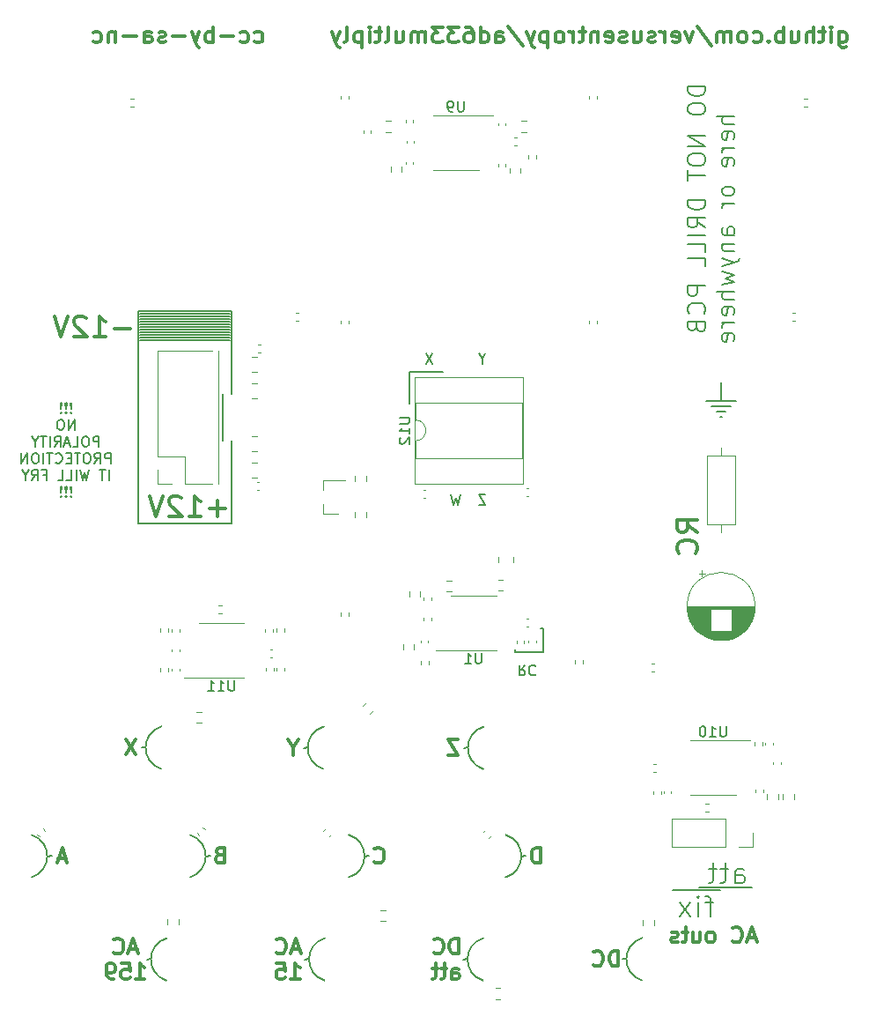
<source format=gbo>
G04 #@! TF.GenerationSoftware,KiCad,Pcbnew,(6.0.0)*
G04 #@! TF.CreationDate,2022-02-23T18:40:55+01:00*
G04 #@! TF.ProjectId,ad633muliply,61643633-336d-4756-9c69-706c792e6b69,rev?*
G04 #@! TF.SameCoordinates,Original*
G04 #@! TF.FileFunction,Legend,Bot*
G04 #@! TF.FilePolarity,Positive*
%FSLAX46Y46*%
G04 Gerber Fmt 4.6, Leading zero omitted, Abs format (unit mm)*
G04 Created by KiCad (PCBNEW (6.0.0)) date 2022-02-23 18:40:55*
%MOMM*%
%LPD*%
G01*
G04 APERTURE LIST*
%ADD10C,0.150000*%
%ADD11C,0.300000*%
%ADD12C,0.120000*%
G04 APERTURE END LIST*
D10*
X124811706Y-160416399D02*
G75*
G03*
X124846000Y-156342000I-600705J2042400D01*
G01*
X111261126Y-158391917D02*
X111672294Y-158373999D01*
X105923000Y-168280000D02*
X105511832Y-168297918D01*
X121163000Y-168280000D02*
X120751832Y-168297918D01*
X145102500Y-115702000D02*
X145991500Y-115702000D01*
X128402000Y-138816000D02*
X125735000Y-138816000D01*
X144594500Y-115194000D02*
X146499500Y-115194000D01*
X145547000Y-112908000D02*
X145547000Y-114686000D01*
X107324126Y-145935518D02*
G75*
G03*
X107289832Y-150009917I600705J-2042400D01*
G01*
X144086500Y-114686000D02*
X147007500Y-114686000D01*
X107451126Y-166255518D02*
G75*
G03*
X107416832Y-170329917I600705J-2042400D01*
G01*
X95986832Y-158391918D02*
X96398000Y-158374000D01*
X140848000Y-161676000D02*
X145420000Y-161676000D01*
X115575000Y-111892000D02*
X118750000Y-111892000D01*
X90713168Y-168280000D02*
X90302000Y-168297918D01*
X92241294Y-166255518D02*
G75*
G03*
X92207000Y-170329917I600705J-2042400D01*
G01*
X91733294Y-145917600D02*
G75*
G03*
X91699000Y-149991999I600705J-2042400D01*
G01*
X90205168Y-147942082D02*
X89794000Y-147960000D01*
X145483500Y-116210000D02*
X145610500Y-116210000D01*
X122691126Y-166255518D02*
G75*
G03*
X122656832Y-170329917I600705J-2042400D01*
G01*
X137961294Y-166237600D02*
G75*
G03*
X137927000Y-170311999I600705J-2042400D01*
G01*
X115575000Y-114940000D02*
X115575000Y-111892000D01*
X126339832Y-158391917D02*
X126751000Y-158373999D01*
X136433168Y-168262082D02*
X136022000Y-168280000D01*
X109733000Y-160416399D02*
G75*
G03*
X109767294Y-156342000I-600705J2042400D01*
G01*
X128402000Y-136530000D02*
X128402000Y-138816000D01*
X94458706Y-160416400D02*
G75*
G03*
X94493000Y-156342001I-600705J2042400D01*
G01*
X79218706Y-160416400D02*
G75*
G03*
X79253000Y-156342001I-600705J2042400D01*
G01*
X122721294Y-145935518D02*
G75*
G03*
X122687000Y-150009917I600705J-2042400D01*
G01*
X80746832Y-158391918D02*
X81158000Y-158374000D01*
X125735000Y-138816000D02*
X125735000Y-138562000D01*
X105796000Y-147960000D02*
X105384832Y-147977918D01*
X128148000Y-136530000D02*
X128402000Y-136530000D01*
X121193168Y-147960000D02*
X120782000Y-147977918D01*
X143388000Y-161422000D02*
X148468000Y-161422000D01*
X83031190Y-115717142D02*
X82983571Y-115764761D01*
X83031190Y-115812380D01*
X83078809Y-115764761D01*
X83031190Y-115717142D01*
X83031190Y-115812380D01*
X83031190Y-115431428D02*
X83078809Y-114860000D01*
X83031190Y-114812380D01*
X82983571Y-114860000D01*
X83031190Y-115431428D01*
X83031190Y-114812380D01*
X82555000Y-115717142D02*
X82507380Y-115764761D01*
X82555000Y-115812380D01*
X82602619Y-115764761D01*
X82555000Y-115717142D01*
X82555000Y-115812380D01*
X82555000Y-115431428D02*
X82602619Y-114860000D01*
X82555000Y-114812380D01*
X82507380Y-114860000D01*
X82555000Y-115431428D01*
X82555000Y-114812380D01*
X82078809Y-115717142D02*
X82031190Y-115764761D01*
X82078809Y-115812380D01*
X82126428Y-115764761D01*
X82078809Y-115717142D01*
X82078809Y-115812380D01*
X82078809Y-115431428D02*
X82126428Y-114860000D01*
X82078809Y-114812380D01*
X82031190Y-114860000D01*
X82078809Y-115431428D01*
X82078809Y-114812380D01*
X83364523Y-117422380D02*
X83364523Y-116422380D01*
X82793095Y-117422380D01*
X82793095Y-116422380D01*
X82126428Y-116422380D02*
X81935952Y-116422380D01*
X81840714Y-116470000D01*
X81745476Y-116565238D01*
X81697857Y-116755714D01*
X81697857Y-117089047D01*
X81745476Y-117279523D01*
X81840714Y-117374761D01*
X81935952Y-117422380D01*
X82126428Y-117422380D01*
X82221666Y-117374761D01*
X82316904Y-117279523D01*
X82364523Y-117089047D01*
X82364523Y-116755714D01*
X82316904Y-116565238D01*
X82221666Y-116470000D01*
X82126428Y-116422380D01*
X85721666Y-119032380D02*
X85721666Y-118032380D01*
X85340714Y-118032380D01*
X85245476Y-118080000D01*
X85197857Y-118127619D01*
X85150238Y-118222857D01*
X85150238Y-118365714D01*
X85197857Y-118460952D01*
X85245476Y-118508571D01*
X85340714Y-118556190D01*
X85721666Y-118556190D01*
X84531190Y-118032380D02*
X84340714Y-118032380D01*
X84245476Y-118080000D01*
X84150238Y-118175238D01*
X84102619Y-118365714D01*
X84102619Y-118699047D01*
X84150238Y-118889523D01*
X84245476Y-118984761D01*
X84340714Y-119032380D01*
X84531190Y-119032380D01*
X84626428Y-118984761D01*
X84721666Y-118889523D01*
X84769285Y-118699047D01*
X84769285Y-118365714D01*
X84721666Y-118175238D01*
X84626428Y-118080000D01*
X84531190Y-118032380D01*
X83197857Y-119032380D02*
X83674047Y-119032380D01*
X83674047Y-118032380D01*
X82912142Y-118746666D02*
X82435952Y-118746666D01*
X83007380Y-119032380D02*
X82674047Y-118032380D01*
X82340714Y-119032380D01*
X81435952Y-119032380D02*
X81769285Y-118556190D01*
X82007380Y-119032380D02*
X82007380Y-118032380D01*
X81626428Y-118032380D01*
X81531190Y-118080000D01*
X81483571Y-118127619D01*
X81435952Y-118222857D01*
X81435952Y-118365714D01*
X81483571Y-118460952D01*
X81531190Y-118508571D01*
X81626428Y-118556190D01*
X82007380Y-118556190D01*
X81007380Y-119032380D02*
X81007380Y-118032380D01*
X80674047Y-118032380D02*
X80102619Y-118032380D01*
X80388333Y-119032380D02*
X80388333Y-118032380D01*
X79578809Y-118556190D02*
X79578809Y-119032380D01*
X79912142Y-118032380D02*
X79578809Y-118556190D01*
X79245476Y-118032380D01*
X86840714Y-120642380D02*
X86840714Y-119642380D01*
X86459761Y-119642380D01*
X86364523Y-119690000D01*
X86316904Y-119737619D01*
X86269285Y-119832857D01*
X86269285Y-119975714D01*
X86316904Y-120070952D01*
X86364523Y-120118571D01*
X86459761Y-120166190D01*
X86840714Y-120166190D01*
X85269285Y-120642380D02*
X85602619Y-120166190D01*
X85840714Y-120642380D02*
X85840714Y-119642380D01*
X85459761Y-119642380D01*
X85364523Y-119690000D01*
X85316904Y-119737619D01*
X85269285Y-119832857D01*
X85269285Y-119975714D01*
X85316904Y-120070952D01*
X85364523Y-120118571D01*
X85459761Y-120166190D01*
X85840714Y-120166190D01*
X84650238Y-119642380D02*
X84459761Y-119642380D01*
X84364523Y-119690000D01*
X84269285Y-119785238D01*
X84221666Y-119975714D01*
X84221666Y-120309047D01*
X84269285Y-120499523D01*
X84364523Y-120594761D01*
X84459761Y-120642380D01*
X84650238Y-120642380D01*
X84745476Y-120594761D01*
X84840714Y-120499523D01*
X84888333Y-120309047D01*
X84888333Y-119975714D01*
X84840714Y-119785238D01*
X84745476Y-119690000D01*
X84650238Y-119642380D01*
X83935952Y-119642380D02*
X83364523Y-119642380D01*
X83650238Y-120642380D02*
X83650238Y-119642380D01*
X83031190Y-120118571D02*
X82697857Y-120118571D01*
X82555000Y-120642380D02*
X83031190Y-120642380D01*
X83031190Y-119642380D01*
X82555000Y-119642380D01*
X81555000Y-120547142D02*
X81602619Y-120594761D01*
X81745476Y-120642380D01*
X81840714Y-120642380D01*
X81983571Y-120594761D01*
X82078809Y-120499523D01*
X82126428Y-120404285D01*
X82174047Y-120213809D01*
X82174047Y-120070952D01*
X82126428Y-119880476D01*
X82078809Y-119785238D01*
X81983571Y-119690000D01*
X81840714Y-119642380D01*
X81745476Y-119642380D01*
X81602619Y-119690000D01*
X81555000Y-119737619D01*
X81269285Y-119642380D02*
X80697857Y-119642380D01*
X80983571Y-120642380D02*
X80983571Y-119642380D01*
X80364523Y-120642380D02*
X80364523Y-119642380D01*
X79697857Y-119642380D02*
X79507380Y-119642380D01*
X79412142Y-119690000D01*
X79316904Y-119785238D01*
X79269285Y-119975714D01*
X79269285Y-120309047D01*
X79316904Y-120499523D01*
X79412142Y-120594761D01*
X79507380Y-120642380D01*
X79697857Y-120642380D01*
X79793095Y-120594761D01*
X79888333Y-120499523D01*
X79935952Y-120309047D01*
X79935952Y-119975714D01*
X79888333Y-119785238D01*
X79793095Y-119690000D01*
X79697857Y-119642380D01*
X78840714Y-120642380D02*
X78840714Y-119642380D01*
X78269285Y-120642380D01*
X78269285Y-119642380D01*
X86674047Y-122252380D02*
X86674047Y-121252380D01*
X86340714Y-121252380D02*
X85769285Y-121252380D01*
X86055000Y-122252380D02*
X86055000Y-121252380D01*
X84769285Y-121252380D02*
X84531190Y-122252380D01*
X84340714Y-121538095D01*
X84150238Y-122252380D01*
X83912142Y-121252380D01*
X83531190Y-122252380D02*
X83531190Y-121252380D01*
X82578809Y-122252380D02*
X83055000Y-122252380D01*
X83055000Y-121252380D01*
X81769285Y-122252380D02*
X82245476Y-122252380D01*
X82245476Y-121252380D01*
X80340714Y-121728571D02*
X80674047Y-121728571D01*
X80674047Y-122252380D02*
X80674047Y-121252380D01*
X80197857Y-121252380D01*
X79245476Y-122252380D02*
X79578809Y-121776190D01*
X79816904Y-122252380D02*
X79816904Y-121252380D01*
X79435952Y-121252380D01*
X79340714Y-121300000D01*
X79293095Y-121347619D01*
X79245476Y-121442857D01*
X79245476Y-121585714D01*
X79293095Y-121680952D01*
X79340714Y-121728571D01*
X79435952Y-121776190D01*
X79816904Y-121776190D01*
X78626428Y-121776190D02*
X78626428Y-122252380D01*
X78959761Y-121252380D02*
X78626428Y-121776190D01*
X78293095Y-121252380D01*
X83031190Y-123767142D02*
X82983571Y-123814761D01*
X83031190Y-123862380D01*
X83078809Y-123814761D01*
X83031190Y-123767142D01*
X83031190Y-123862380D01*
X83031190Y-123481428D02*
X83078809Y-122910000D01*
X83031190Y-122862380D01*
X82983571Y-122910000D01*
X83031190Y-123481428D01*
X83031190Y-122862380D01*
X82555000Y-123767142D02*
X82507380Y-123814761D01*
X82555000Y-123862380D01*
X82602619Y-123814761D01*
X82555000Y-123767142D01*
X82555000Y-123862380D01*
X82555000Y-123481428D02*
X82602619Y-122910000D01*
X82555000Y-122862380D01*
X82507380Y-122910000D01*
X82555000Y-123481428D01*
X82555000Y-122862380D01*
X82078809Y-123767142D02*
X82031190Y-123814761D01*
X82078809Y-123862380D01*
X82126428Y-123814761D01*
X82078809Y-123767142D01*
X82078809Y-123862380D01*
X82078809Y-123481428D02*
X82126428Y-122910000D01*
X82078809Y-122862380D01*
X82031190Y-122910000D01*
X82078809Y-123481428D01*
X82078809Y-122862380D01*
X146896095Y-160970761D02*
X146896095Y-159923142D01*
X146991333Y-159732666D01*
X147181809Y-159637428D01*
X147562761Y-159637428D01*
X147753238Y-159732666D01*
X146896095Y-160875523D02*
X147086571Y-160970761D01*
X147562761Y-160970761D01*
X147753238Y-160875523D01*
X147848476Y-160685047D01*
X147848476Y-160494571D01*
X147753238Y-160304095D01*
X147562761Y-160208857D01*
X147086571Y-160208857D01*
X146896095Y-160113619D01*
X146229428Y-159637428D02*
X145467523Y-159637428D01*
X145943714Y-158970761D02*
X145943714Y-160685047D01*
X145848476Y-160875523D01*
X145658000Y-160970761D01*
X145467523Y-160970761D01*
X145086571Y-159637428D02*
X144324666Y-159637428D01*
X144800857Y-158970761D02*
X144800857Y-160685047D01*
X144705619Y-160875523D01*
X144515142Y-160970761D01*
X144324666Y-160970761D01*
X144800857Y-162857428D02*
X144038952Y-162857428D01*
X144515142Y-164190761D02*
X144515142Y-162476476D01*
X144419904Y-162286000D01*
X144229428Y-162190761D01*
X144038952Y-162190761D01*
X143372285Y-164190761D02*
X143372285Y-162857428D01*
X143372285Y-162190761D02*
X143467523Y-162286000D01*
X143372285Y-162381238D01*
X143277047Y-162286000D01*
X143372285Y-162190761D01*
X143372285Y-162381238D01*
X142610380Y-164190761D02*
X141562761Y-162857428D01*
X142610380Y-162857428D02*
X141562761Y-164190761D01*
D11*
X97306857Y-158266857D02*
X97092571Y-158338285D01*
X97021142Y-158409714D01*
X96949714Y-158552571D01*
X96949714Y-158766857D01*
X97021142Y-158909714D01*
X97092571Y-158981142D01*
X97235428Y-159052571D01*
X97806857Y-159052571D01*
X97806857Y-157552571D01*
X97306857Y-157552571D01*
X97164000Y-157624000D01*
X97092571Y-157695428D01*
X97021142Y-157838285D01*
X97021142Y-157981142D01*
X97092571Y-158124000D01*
X97164000Y-158195428D01*
X97306857Y-158266857D01*
X97806857Y-158266857D01*
D10*
X120448571Y-123663380D02*
X120210476Y-124663380D01*
X120020000Y-123949095D01*
X119829523Y-124663380D01*
X119591428Y-123663380D01*
X122560000Y-110598190D02*
X122560000Y-111074380D01*
X122893333Y-110074380D02*
X122560000Y-110598190D01*
X122226666Y-110074380D01*
D11*
X112224008Y-158909713D02*
X112295436Y-158981141D01*
X112509722Y-159052570D01*
X112652579Y-159052570D01*
X112866865Y-158981141D01*
X113009722Y-158838284D01*
X113081151Y-158695427D01*
X113152579Y-158409713D01*
X113152579Y-158195427D01*
X113081151Y-157909713D01*
X113009722Y-157766856D01*
X112866865Y-157623999D01*
X112652579Y-157552570D01*
X112509722Y-157552570D01*
X112295436Y-157623999D01*
X112224008Y-157695427D01*
X104998142Y-167340418D02*
X104283857Y-167340418D01*
X105141000Y-167768989D02*
X104641000Y-166268989D01*
X104141000Y-167768989D01*
X102783857Y-167626132D02*
X102855285Y-167697560D01*
X103069571Y-167768989D01*
X103212428Y-167768989D01*
X103426714Y-167697560D01*
X103569571Y-167554703D01*
X103641000Y-167411846D01*
X103712428Y-167126132D01*
X103712428Y-166911846D01*
X103641000Y-166626132D01*
X103569571Y-166483275D01*
X103426714Y-166340418D01*
X103212428Y-166268989D01*
X103069571Y-166268989D01*
X102855285Y-166340418D01*
X102783857Y-166411846D01*
X104176714Y-170183989D02*
X105033857Y-170183989D01*
X104605285Y-170183989D02*
X104605285Y-168683989D01*
X104748142Y-168898275D01*
X104891000Y-169041132D01*
X105033857Y-169112560D01*
X102819571Y-168683989D02*
X103533857Y-168683989D01*
X103605285Y-169398275D01*
X103533857Y-169326846D01*
X103391000Y-169255418D01*
X103033857Y-169255418D01*
X102891000Y-169326846D01*
X102819571Y-169398275D01*
X102748142Y-169541132D01*
X102748142Y-169898275D01*
X102819571Y-170041132D01*
X102891000Y-170112560D01*
X103033857Y-170183989D01*
X103391000Y-170183989D01*
X103533857Y-170112560D01*
X103605285Y-170041132D01*
X148856428Y-166244000D02*
X148142142Y-166244000D01*
X148999285Y-166672571D02*
X148499285Y-165172571D01*
X147999285Y-166672571D01*
X146642142Y-166529714D02*
X146713571Y-166601142D01*
X146927857Y-166672571D01*
X147070714Y-166672571D01*
X147285000Y-166601142D01*
X147427857Y-166458285D01*
X147499285Y-166315428D01*
X147570714Y-166029714D01*
X147570714Y-165815428D01*
X147499285Y-165529714D01*
X147427857Y-165386857D01*
X147285000Y-165244000D01*
X147070714Y-165172571D01*
X146927857Y-165172571D01*
X146713571Y-165244000D01*
X146642142Y-165315428D01*
X144642142Y-166672571D02*
X144785000Y-166601142D01*
X144856428Y-166529714D01*
X144927857Y-166386857D01*
X144927857Y-165958285D01*
X144856428Y-165815428D01*
X144785000Y-165744000D01*
X144642142Y-165672571D01*
X144427857Y-165672571D01*
X144285000Y-165744000D01*
X144213571Y-165815428D01*
X144142142Y-165958285D01*
X144142142Y-166386857D01*
X144213571Y-166529714D01*
X144285000Y-166601142D01*
X144427857Y-166672571D01*
X144642142Y-166672571D01*
X142856428Y-165672571D02*
X142856428Y-166672571D01*
X143499285Y-165672571D02*
X143499285Y-166458285D01*
X143427857Y-166601142D01*
X143285000Y-166672571D01*
X143070714Y-166672571D01*
X142927857Y-166601142D01*
X142856428Y-166529714D01*
X142356428Y-165672571D02*
X141785000Y-165672571D01*
X142142142Y-165172571D02*
X142142142Y-166458285D01*
X142070714Y-166601142D01*
X141927857Y-166672571D01*
X141785000Y-166672571D01*
X141356428Y-166601142D02*
X141213571Y-166672571D01*
X140927857Y-166672571D01*
X140785000Y-166601142D01*
X140713571Y-166458285D01*
X140713571Y-166386857D01*
X140785000Y-166244000D01*
X140927857Y-166172571D01*
X141142142Y-166172571D01*
X141285000Y-166101142D01*
X141356428Y-165958285D01*
X141356428Y-165886857D01*
X141285000Y-165744000D01*
X141142142Y-165672571D01*
X140927857Y-165672571D01*
X140785000Y-165744000D01*
D10*
X126687523Y-140014619D02*
X126354190Y-140490809D01*
X126116095Y-140014619D02*
X126116095Y-141014619D01*
X126497047Y-141014619D01*
X126592285Y-140967000D01*
X126639904Y-140919380D01*
X126687523Y-140824142D01*
X126687523Y-140681285D01*
X126639904Y-140586047D01*
X126592285Y-140538428D01*
X126497047Y-140490809D01*
X126116095Y-140490809D01*
X127687523Y-140109857D02*
X127639904Y-140062238D01*
X127497047Y-140014619D01*
X127401809Y-140014619D01*
X127258952Y-140062238D01*
X127163714Y-140157476D01*
X127116095Y-140252714D01*
X127068476Y-140443190D01*
X127068476Y-140586047D01*
X127116095Y-140776523D01*
X127163714Y-140871761D01*
X127258952Y-140967000D01*
X127401809Y-141014619D01*
X127497047Y-141014619D01*
X127639904Y-140967000D01*
X127687523Y-140919380D01*
D11*
X120266000Y-147156489D02*
X119266000Y-147156489D01*
X120266000Y-148656489D01*
X119266000Y-148656489D01*
X143276761Y-127259047D02*
X142324380Y-126592380D01*
X143276761Y-126116190D02*
X141276761Y-126116190D01*
X141276761Y-126878095D01*
X141372000Y-127068571D01*
X141467238Y-127163809D01*
X141657714Y-127259047D01*
X141943428Y-127259047D01*
X142133904Y-127163809D01*
X142229142Y-127068571D01*
X142324380Y-126878095D01*
X142324380Y-126116190D01*
X143086285Y-129259047D02*
X143181523Y-129163809D01*
X143276761Y-128878095D01*
X143276761Y-128687619D01*
X143181523Y-128401904D01*
X142991047Y-128211428D01*
X142800571Y-128116190D01*
X142419619Y-128020952D01*
X142133904Y-128020952D01*
X141752952Y-128116190D01*
X141562476Y-128211428D01*
X141372000Y-128401904D01*
X141276761Y-128687619D01*
X141276761Y-128878095D01*
X141372000Y-129163809D01*
X141467238Y-129259047D01*
D10*
X117813333Y-110074380D02*
X117146666Y-111074380D01*
X117146666Y-110074380D02*
X117813333Y-111074380D01*
D11*
X89278000Y-147138571D02*
X88278000Y-148638571D01*
X88278000Y-147138571D02*
X89278000Y-148638571D01*
X128159857Y-159052570D02*
X128159857Y-157552570D01*
X127802714Y-157552570D01*
X127588428Y-157623999D01*
X127445571Y-157766856D01*
X127374142Y-157909713D01*
X127302714Y-158195427D01*
X127302714Y-158409713D01*
X127374142Y-158695427D01*
X127445571Y-158838284D01*
X127588428Y-158981141D01*
X127802714Y-159052570D01*
X128159857Y-159052570D01*
X89377142Y-167340418D02*
X88662857Y-167340418D01*
X89520000Y-167768989D02*
X89020000Y-166268989D01*
X88520000Y-167768989D01*
X87162857Y-167626132D02*
X87234285Y-167697560D01*
X87448571Y-167768989D01*
X87591428Y-167768989D01*
X87805714Y-167697560D01*
X87948571Y-167554703D01*
X88020000Y-167411846D01*
X88091428Y-167126132D01*
X88091428Y-166911846D01*
X88020000Y-166626132D01*
X87948571Y-166483275D01*
X87805714Y-166340418D01*
X87591428Y-166268989D01*
X87448571Y-166268989D01*
X87234285Y-166340418D01*
X87162857Y-166411846D01*
X89270000Y-170183989D02*
X90127142Y-170183989D01*
X89698571Y-170183989D02*
X89698571Y-168683989D01*
X89841428Y-168898275D01*
X89984285Y-169041132D01*
X90127142Y-169112560D01*
X87912857Y-168683989D02*
X88627142Y-168683989D01*
X88698571Y-169398275D01*
X88627142Y-169326846D01*
X88484285Y-169255418D01*
X88127142Y-169255418D01*
X87984285Y-169326846D01*
X87912857Y-169398275D01*
X87841428Y-169541132D01*
X87841428Y-169898275D01*
X87912857Y-170041132D01*
X87984285Y-170112560D01*
X88127142Y-170183989D01*
X88484285Y-170183989D01*
X88627142Y-170112560D01*
X88698571Y-170041132D01*
X87127142Y-170183989D02*
X86841428Y-170183989D01*
X86698571Y-170112560D01*
X86627142Y-170041132D01*
X86484285Y-169826846D01*
X86412857Y-169541132D01*
X86412857Y-168969703D01*
X86484285Y-168826846D01*
X86555714Y-168755418D01*
X86698571Y-168683989D01*
X86984285Y-168683989D01*
X87127142Y-168755418D01*
X87198571Y-168826846D01*
X87270000Y-168969703D01*
X87270000Y-169326846D01*
X87198571Y-169469703D01*
X87127142Y-169541132D01*
X86984285Y-169612560D01*
X86698571Y-169612560D01*
X86555714Y-169541132D01*
X86484285Y-169469703D01*
X86412857Y-169326846D01*
X82531142Y-158624000D02*
X81816857Y-158624000D01*
X82674000Y-159052571D02*
X82174000Y-157552571D01*
X81674000Y-159052571D01*
X156866666Y-79208571D02*
X156866666Y-80422857D01*
X156942857Y-80565714D01*
X157019047Y-80637142D01*
X157171428Y-80708571D01*
X157400000Y-80708571D01*
X157552380Y-80637142D01*
X156866666Y-80137142D02*
X157019047Y-80208571D01*
X157323809Y-80208571D01*
X157476190Y-80137142D01*
X157552380Y-80065714D01*
X157628571Y-79922857D01*
X157628571Y-79494285D01*
X157552380Y-79351428D01*
X157476190Y-79280000D01*
X157323809Y-79208571D01*
X157019047Y-79208571D01*
X156866666Y-79280000D01*
X156104761Y-80208571D02*
X156104761Y-79208571D01*
X156104761Y-78708571D02*
X156180952Y-78780000D01*
X156104761Y-78851428D01*
X156028571Y-78780000D01*
X156104761Y-78708571D01*
X156104761Y-78851428D01*
X155571428Y-79208571D02*
X154961904Y-79208571D01*
X155342857Y-78708571D02*
X155342857Y-79994285D01*
X155266666Y-80137142D01*
X155114285Y-80208571D01*
X154961904Y-80208571D01*
X154428571Y-80208571D02*
X154428571Y-78708571D01*
X153742857Y-80208571D02*
X153742857Y-79422857D01*
X153819047Y-79280000D01*
X153971428Y-79208571D01*
X154200000Y-79208571D01*
X154352380Y-79280000D01*
X154428571Y-79351428D01*
X152295238Y-79208571D02*
X152295238Y-80208571D01*
X152980952Y-79208571D02*
X152980952Y-79994285D01*
X152904761Y-80137142D01*
X152752380Y-80208571D01*
X152523809Y-80208571D01*
X152371428Y-80137142D01*
X152295238Y-80065714D01*
X151533333Y-80208571D02*
X151533333Y-78708571D01*
X151533333Y-79280000D02*
X151380952Y-79208571D01*
X151076190Y-79208571D01*
X150923809Y-79280000D01*
X150847619Y-79351428D01*
X150771428Y-79494285D01*
X150771428Y-79922857D01*
X150847619Y-80065714D01*
X150923809Y-80137142D01*
X151076190Y-80208571D01*
X151380952Y-80208571D01*
X151533333Y-80137142D01*
X150085714Y-80065714D02*
X150009523Y-80137142D01*
X150085714Y-80208571D01*
X150161904Y-80137142D01*
X150085714Y-80065714D01*
X150085714Y-80208571D01*
X148638095Y-80137142D02*
X148790476Y-80208571D01*
X149095238Y-80208571D01*
X149247619Y-80137142D01*
X149323809Y-80065714D01*
X149400000Y-79922857D01*
X149400000Y-79494285D01*
X149323809Y-79351428D01*
X149247619Y-79280000D01*
X149095238Y-79208571D01*
X148790476Y-79208571D01*
X148638095Y-79280000D01*
X147723809Y-80208571D02*
X147876190Y-80137142D01*
X147952380Y-80065714D01*
X148028571Y-79922857D01*
X148028571Y-79494285D01*
X147952380Y-79351428D01*
X147876190Y-79280000D01*
X147723809Y-79208571D01*
X147495238Y-79208571D01*
X147342857Y-79280000D01*
X147266666Y-79351428D01*
X147190476Y-79494285D01*
X147190476Y-79922857D01*
X147266666Y-80065714D01*
X147342857Y-80137142D01*
X147495238Y-80208571D01*
X147723809Y-80208571D01*
X146504761Y-80208571D02*
X146504761Y-79208571D01*
X146504761Y-79351428D02*
X146428571Y-79280000D01*
X146276190Y-79208571D01*
X146047619Y-79208571D01*
X145895238Y-79280000D01*
X145819047Y-79422857D01*
X145819047Y-80208571D01*
X145819047Y-79422857D02*
X145742857Y-79280000D01*
X145590476Y-79208571D01*
X145361904Y-79208571D01*
X145209523Y-79280000D01*
X145133333Y-79422857D01*
X145133333Y-80208571D01*
X143228571Y-78637142D02*
X144600000Y-80565714D01*
X142847619Y-79208571D02*
X142466666Y-80208571D01*
X142085714Y-79208571D01*
X140866666Y-80137142D02*
X141019047Y-80208571D01*
X141323809Y-80208571D01*
X141476190Y-80137142D01*
X141552380Y-79994285D01*
X141552380Y-79422857D01*
X141476190Y-79280000D01*
X141323809Y-79208571D01*
X141019047Y-79208571D01*
X140866666Y-79280000D01*
X140790476Y-79422857D01*
X140790476Y-79565714D01*
X141552380Y-79708571D01*
X140104761Y-80208571D02*
X140104761Y-79208571D01*
X140104761Y-79494285D02*
X140028571Y-79351428D01*
X139952380Y-79280000D01*
X139800000Y-79208571D01*
X139647619Y-79208571D01*
X139190476Y-80137142D02*
X139038095Y-80208571D01*
X138733333Y-80208571D01*
X138580952Y-80137142D01*
X138504761Y-79994285D01*
X138504761Y-79922857D01*
X138580952Y-79780000D01*
X138733333Y-79708571D01*
X138961904Y-79708571D01*
X139114285Y-79637142D01*
X139190476Y-79494285D01*
X139190476Y-79422857D01*
X139114285Y-79280000D01*
X138961904Y-79208571D01*
X138733333Y-79208571D01*
X138580952Y-79280000D01*
X137133333Y-79208571D02*
X137133333Y-80208571D01*
X137819047Y-79208571D02*
X137819047Y-79994285D01*
X137742857Y-80137142D01*
X137590476Y-80208571D01*
X137361904Y-80208571D01*
X137209523Y-80137142D01*
X137133333Y-80065714D01*
X136447619Y-80137142D02*
X136295238Y-80208571D01*
X135990476Y-80208571D01*
X135838095Y-80137142D01*
X135761904Y-79994285D01*
X135761904Y-79922857D01*
X135838095Y-79780000D01*
X135990476Y-79708571D01*
X136219047Y-79708571D01*
X136371428Y-79637142D01*
X136447619Y-79494285D01*
X136447619Y-79422857D01*
X136371428Y-79280000D01*
X136219047Y-79208571D01*
X135990476Y-79208571D01*
X135838095Y-79280000D01*
X134466666Y-80137142D02*
X134619047Y-80208571D01*
X134923809Y-80208571D01*
X135076190Y-80137142D01*
X135152380Y-79994285D01*
X135152380Y-79422857D01*
X135076190Y-79280000D01*
X134923809Y-79208571D01*
X134619047Y-79208571D01*
X134466666Y-79280000D01*
X134390476Y-79422857D01*
X134390476Y-79565714D01*
X135152380Y-79708571D01*
X133704761Y-79208571D02*
X133704761Y-80208571D01*
X133704761Y-79351428D02*
X133628571Y-79280000D01*
X133476190Y-79208571D01*
X133247619Y-79208571D01*
X133095238Y-79280000D01*
X133019047Y-79422857D01*
X133019047Y-80208571D01*
X132485714Y-79208571D02*
X131876190Y-79208571D01*
X132257142Y-78708571D02*
X132257142Y-79994285D01*
X132180952Y-80137142D01*
X132028571Y-80208571D01*
X131876190Y-80208571D01*
X131342857Y-80208571D02*
X131342857Y-79208571D01*
X131342857Y-79494285D02*
X131266666Y-79351428D01*
X131190476Y-79280000D01*
X131038095Y-79208571D01*
X130885714Y-79208571D01*
X130123809Y-80208571D02*
X130276190Y-80137142D01*
X130352380Y-80065714D01*
X130428571Y-79922857D01*
X130428571Y-79494285D01*
X130352380Y-79351428D01*
X130276190Y-79280000D01*
X130123809Y-79208571D01*
X129895238Y-79208571D01*
X129742857Y-79280000D01*
X129666666Y-79351428D01*
X129590476Y-79494285D01*
X129590476Y-79922857D01*
X129666666Y-80065714D01*
X129742857Y-80137142D01*
X129895238Y-80208571D01*
X130123809Y-80208571D01*
X128904761Y-79208571D02*
X128904761Y-80708571D01*
X128904761Y-79280000D02*
X128752380Y-79208571D01*
X128447619Y-79208571D01*
X128295238Y-79280000D01*
X128219047Y-79351428D01*
X128142857Y-79494285D01*
X128142857Y-79922857D01*
X128219047Y-80065714D01*
X128295238Y-80137142D01*
X128447619Y-80208571D01*
X128752380Y-80208571D01*
X128904761Y-80137142D01*
X127609523Y-79208571D02*
X127228571Y-80208571D01*
X126847619Y-79208571D02*
X127228571Y-80208571D01*
X127380952Y-80565714D01*
X127457142Y-80637142D01*
X127609523Y-80708571D01*
X125095238Y-78637142D02*
X126466666Y-80565714D01*
X123876190Y-80208571D02*
X123876190Y-79422857D01*
X123952380Y-79280000D01*
X124104761Y-79208571D01*
X124409523Y-79208571D01*
X124561904Y-79280000D01*
X123876190Y-80137142D02*
X124028571Y-80208571D01*
X124409523Y-80208571D01*
X124561904Y-80137142D01*
X124638095Y-79994285D01*
X124638095Y-79851428D01*
X124561904Y-79708571D01*
X124409523Y-79637142D01*
X124028571Y-79637142D01*
X123876190Y-79565714D01*
X122428571Y-80208571D02*
X122428571Y-78708571D01*
X122428571Y-80137142D02*
X122580952Y-80208571D01*
X122885714Y-80208571D01*
X123038095Y-80137142D01*
X123114285Y-80065714D01*
X123190476Y-79922857D01*
X123190476Y-79494285D01*
X123114285Y-79351428D01*
X123038095Y-79280000D01*
X122885714Y-79208571D01*
X122580952Y-79208571D01*
X122428571Y-79280000D01*
X120980952Y-78708571D02*
X121285714Y-78708571D01*
X121438095Y-78780000D01*
X121514285Y-78851428D01*
X121666666Y-79065714D01*
X121742857Y-79351428D01*
X121742857Y-79922857D01*
X121666666Y-80065714D01*
X121590476Y-80137142D01*
X121438095Y-80208571D01*
X121133333Y-80208571D01*
X120980952Y-80137142D01*
X120904761Y-80065714D01*
X120828571Y-79922857D01*
X120828571Y-79565714D01*
X120904761Y-79422857D01*
X120980952Y-79351428D01*
X121133333Y-79280000D01*
X121438095Y-79280000D01*
X121590476Y-79351428D01*
X121666666Y-79422857D01*
X121742857Y-79565714D01*
X120295238Y-78708571D02*
X119304761Y-78708571D01*
X119838095Y-79280000D01*
X119609523Y-79280000D01*
X119457142Y-79351428D01*
X119380952Y-79422857D01*
X119304761Y-79565714D01*
X119304761Y-79922857D01*
X119380952Y-80065714D01*
X119457142Y-80137142D01*
X119609523Y-80208571D01*
X120066666Y-80208571D01*
X120219047Y-80137142D01*
X120295238Y-80065714D01*
X118771428Y-78708571D02*
X117780952Y-78708571D01*
X118314285Y-79280000D01*
X118085714Y-79280000D01*
X117933333Y-79351428D01*
X117857142Y-79422857D01*
X117780952Y-79565714D01*
X117780952Y-79922857D01*
X117857142Y-80065714D01*
X117933333Y-80137142D01*
X118085714Y-80208571D01*
X118542857Y-80208571D01*
X118695238Y-80137142D01*
X118771428Y-80065714D01*
X117095238Y-80208571D02*
X117095238Y-79208571D01*
X117095238Y-79351428D02*
X117019047Y-79280000D01*
X116866666Y-79208571D01*
X116638095Y-79208571D01*
X116485714Y-79280000D01*
X116409523Y-79422857D01*
X116409523Y-80208571D01*
X116409523Y-79422857D02*
X116333333Y-79280000D01*
X116180952Y-79208571D01*
X115952380Y-79208571D01*
X115800000Y-79280000D01*
X115723809Y-79422857D01*
X115723809Y-80208571D01*
X114276190Y-79208571D02*
X114276190Y-80208571D01*
X114961904Y-79208571D02*
X114961904Y-79994285D01*
X114885714Y-80137142D01*
X114733333Y-80208571D01*
X114504761Y-80208571D01*
X114352380Y-80137142D01*
X114276190Y-80065714D01*
X113285714Y-80208571D02*
X113438095Y-80137142D01*
X113514285Y-79994285D01*
X113514285Y-78708571D01*
X112904761Y-79208571D02*
X112295238Y-79208571D01*
X112676190Y-78708571D02*
X112676190Y-79994285D01*
X112600000Y-80137142D01*
X112447619Y-80208571D01*
X112295238Y-80208571D01*
X111761904Y-80208571D02*
X111761904Y-79208571D01*
X111761904Y-78708571D02*
X111838095Y-78780000D01*
X111761904Y-78851428D01*
X111685714Y-78780000D01*
X111761904Y-78708571D01*
X111761904Y-78851428D01*
X111000000Y-79208571D02*
X111000000Y-80708571D01*
X111000000Y-79280000D02*
X110847619Y-79208571D01*
X110542857Y-79208571D01*
X110390476Y-79280000D01*
X110314285Y-79351428D01*
X110238095Y-79494285D01*
X110238095Y-79922857D01*
X110314285Y-80065714D01*
X110390476Y-80137142D01*
X110542857Y-80208571D01*
X110847619Y-80208571D01*
X111000000Y-80137142D01*
X109323809Y-80208571D02*
X109476190Y-80137142D01*
X109552380Y-79994285D01*
X109552380Y-78708571D01*
X108866666Y-79208571D02*
X108485714Y-80208571D01*
X108104761Y-79208571D02*
X108485714Y-80208571D01*
X108638095Y-80565714D01*
X108714285Y-80637142D01*
X108866666Y-80708571D01*
X100714285Y-80137142D02*
X100866666Y-80208571D01*
X101171428Y-80208571D01*
X101323809Y-80137142D01*
X101400000Y-80065714D01*
X101476190Y-79922857D01*
X101476190Y-79494285D01*
X101400000Y-79351428D01*
X101323809Y-79280000D01*
X101171428Y-79208571D01*
X100866666Y-79208571D01*
X100714285Y-79280000D01*
X99342857Y-80137142D02*
X99495238Y-80208571D01*
X99800000Y-80208571D01*
X99952380Y-80137142D01*
X100028571Y-80065714D01*
X100104761Y-79922857D01*
X100104761Y-79494285D01*
X100028571Y-79351428D01*
X99952380Y-79280000D01*
X99800000Y-79208571D01*
X99495238Y-79208571D01*
X99342857Y-79280000D01*
X98657142Y-79637142D02*
X97438095Y-79637142D01*
X96676190Y-80208571D02*
X96676190Y-78708571D01*
X96676190Y-79280000D02*
X96523809Y-79208571D01*
X96219047Y-79208571D01*
X96066666Y-79280000D01*
X95990476Y-79351428D01*
X95914285Y-79494285D01*
X95914285Y-79922857D01*
X95990476Y-80065714D01*
X96066666Y-80137142D01*
X96219047Y-80208571D01*
X96523809Y-80208571D01*
X96676190Y-80137142D01*
X95380952Y-79208571D02*
X95000000Y-80208571D01*
X94619047Y-79208571D02*
X95000000Y-80208571D01*
X95152380Y-80565714D01*
X95228571Y-80637142D01*
X95380952Y-80708571D01*
X94009523Y-79637142D02*
X92790476Y-79637142D01*
X92104761Y-80137142D02*
X91952380Y-80208571D01*
X91647619Y-80208571D01*
X91495238Y-80137142D01*
X91419047Y-79994285D01*
X91419047Y-79922857D01*
X91495238Y-79780000D01*
X91647619Y-79708571D01*
X91876190Y-79708571D01*
X92028571Y-79637142D01*
X92104761Y-79494285D01*
X92104761Y-79422857D01*
X92028571Y-79280000D01*
X91876190Y-79208571D01*
X91647619Y-79208571D01*
X91495238Y-79280000D01*
X90047619Y-80208571D02*
X90047619Y-79422857D01*
X90123809Y-79280000D01*
X90276190Y-79208571D01*
X90580952Y-79208571D01*
X90733333Y-79280000D01*
X90047619Y-80137142D02*
X90200000Y-80208571D01*
X90580952Y-80208571D01*
X90733333Y-80137142D01*
X90809523Y-79994285D01*
X90809523Y-79851428D01*
X90733333Y-79708571D01*
X90580952Y-79637142D01*
X90200000Y-79637142D01*
X90047619Y-79565714D01*
X89285714Y-79637142D02*
X88066666Y-79637142D01*
X87304761Y-79208571D02*
X87304761Y-80208571D01*
X87304761Y-79351428D02*
X87228571Y-79280000D01*
X87076190Y-79208571D01*
X86847619Y-79208571D01*
X86695238Y-79280000D01*
X86619047Y-79422857D01*
X86619047Y-80208571D01*
X85171428Y-80137142D02*
X85323809Y-80208571D01*
X85628571Y-80208571D01*
X85780952Y-80137142D01*
X85857142Y-80065714D01*
X85933333Y-79922857D01*
X85933333Y-79494285D01*
X85857142Y-79351428D01*
X85780952Y-79280000D01*
X85628571Y-79208571D01*
X85323809Y-79208571D01*
X85171428Y-79280000D01*
D10*
X122893333Y-123663380D02*
X122226666Y-123663380D01*
X122893333Y-124663380D01*
X122226666Y-124663380D01*
D11*
X135640857Y-168958571D02*
X135640857Y-167458571D01*
X135283714Y-167458571D01*
X135069428Y-167530000D01*
X134926571Y-167672857D01*
X134855142Y-167815714D01*
X134783714Y-168101428D01*
X134783714Y-168315714D01*
X134855142Y-168601428D01*
X134926571Y-168744285D01*
X135069428Y-168887142D01*
X135283714Y-168958571D01*
X135640857Y-168958571D01*
X133283714Y-168815714D02*
X133355142Y-168887142D01*
X133569428Y-168958571D01*
X133712285Y-168958571D01*
X133926571Y-168887142D01*
X134069428Y-168744285D01*
X134140857Y-168601428D01*
X134212285Y-168315714D01*
X134212285Y-168101428D01*
X134140857Y-167815714D01*
X134069428Y-167672857D01*
X133926571Y-167530000D01*
X133712285Y-167458571D01*
X133569428Y-167458571D01*
X133355142Y-167530000D01*
X133283714Y-167601428D01*
X104368832Y-147942203D02*
X104368832Y-148656489D01*
X104868832Y-147156489D02*
X104368832Y-147942203D01*
X103868832Y-147156489D01*
X120273857Y-167768989D02*
X120273857Y-166268989D01*
X119916714Y-166268989D01*
X119702428Y-166340418D01*
X119559571Y-166483275D01*
X119488142Y-166626132D01*
X119416714Y-166911846D01*
X119416714Y-167126132D01*
X119488142Y-167411846D01*
X119559571Y-167554703D01*
X119702428Y-167697560D01*
X119916714Y-167768989D01*
X120273857Y-167768989D01*
X117916714Y-167626132D02*
X117988142Y-167697560D01*
X118202428Y-167768989D01*
X118345285Y-167768989D01*
X118559571Y-167697560D01*
X118702428Y-167554703D01*
X118773857Y-167411846D01*
X118845285Y-167126132D01*
X118845285Y-166911846D01*
X118773857Y-166626132D01*
X118702428Y-166483275D01*
X118559571Y-166340418D01*
X118345285Y-166268989D01*
X118202428Y-166268989D01*
X117988142Y-166340418D01*
X117916714Y-166411846D01*
X119666714Y-170183989D02*
X119666714Y-169398275D01*
X119738142Y-169255418D01*
X119881000Y-169183989D01*
X120166714Y-169183989D01*
X120309571Y-169255418D01*
X119666714Y-170112560D02*
X119809571Y-170183989D01*
X120166714Y-170183989D01*
X120309571Y-170112560D01*
X120381000Y-169969703D01*
X120381000Y-169826846D01*
X120309571Y-169683989D01*
X120166714Y-169612560D01*
X119809571Y-169612560D01*
X119666714Y-169541132D01*
X119166714Y-169183989D02*
X118595285Y-169183989D01*
X118952428Y-168683989D02*
X118952428Y-169969703D01*
X118881000Y-170112560D01*
X118738142Y-170183989D01*
X118595285Y-170183989D01*
X118309571Y-169183989D02*
X117738142Y-169183989D01*
X118095285Y-168683989D02*
X118095285Y-169969703D01*
X118023857Y-170112560D01*
X117881000Y-170183989D01*
X117738142Y-170183989D01*
D10*
X144058547Y-84405904D02*
X142358547Y-84405904D01*
X142358547Y-84810666D01*
X142439500Y-85053523D01*
X142601404Y-85215428D01*
X142763309Y-85296380D01*
X143087119Y-85377333D01*
X143329976Y-85377333D01*
X143653785Y-85296380D01*
X143815690Y-85215428D01*
X143977595Y-85053523D01*
X144058547Y-84810666D01*
X144058547Y-84405904D01*
X142358547Y-86429714D02*
X142358547Y-86753523D01*
X142439500Y-86915428D01*
X142601404Y-87077333D01*
X142925214Y-87158285D01*
X143491880Y-87158285D01*
X143815690Y-87077333D01*
X143977595Y-86915428D01*
X144058547Y-86753523D01*
X144058547Y-86429714D01*
X143977595Y-86267809D01*
X143815690Y-86105904D01*
X143491880Y-86024952D01*
X142925214Y-86024952D01*
X142601404Y-86105904D01*
X142439500Y-86267809D01*
X142358547Y-86429714D01*
X144058547Y-89182095D02*
X142358547Y-89182095D01*
X144058547Y-90153523D01*
X142358547Y-90153523D01*
X142358547Y-91286857D02*
X142358547Y-91610666D01*
X142439500Y-91772571D01*
X142601404Y-91934476D01*
X142925214Y-92015428D01*
X143491880Y-92015428D01*
X143815690Y-91934476D01*
X143977595Y-91772571D01*
X144058547Y-91610666D01*
X144058547Y-91286857D01*
X143977595Y-91124952D01*
X143815690Y-90963047D01*
X143491880Y-90882095D01*
X142925214Y-90882095D01*
X142601404Y-90963047D01*
X142439500Y-91124952D01*
X142358547Y-91286857D01*
X142358547Y-92501142D02*
X142358547Y-93472571D01*
X144058547Y-92986857D02*
X142358547Y-92986857D01*
X144058547Y-95334476D02*
X142358547Y-95334476D01*
X142358547Y-95739238D01*
X142439500Y-95982095D01*
X142601404Y-96144000D01*
X142763309Y-96224952D01*
X143087119Y-96305904D01*
X143329976Y-96305904D01*
X143653785Y-96224952D01*
X143815690Y-96144000D01*
X143977595Y-95982095D01*
X144058547Y-95739238D01*
X144058547Y-95334476D01*
X144058547Y-98005904D02*
X143249023Y-97439238D01*
X144058547Y-97034476D02*
X142358547Y-97034476D01*
X142358547Y-97682095D01*
X142439500Y-97844000D01*
X142520452Y-97924952D01*
X142682357Y-98005904D01*
X142925214Y-98005904D01*
X143087119Y-97924952D01*
X143168071Y-97844000D01*
X143249023Y-97682095D01*
X143249023Y-97034476D01*
X144058547Y-98734476D02*
X142358547Y-98734476D01*
X144058547Y-100353523D02*
X144058547Y-99544000D01*
X142358547Y-99544000D01*
X144058547Y-101729714D02*
X144058547Y-100920190D01*
X142358547Y-100920190D01*
X144058547Y-103591619D02*
X142358547Y-103591619D01*
X142358547Y-104239238D01*
X142439500Y-104401142D01*
X142520452Y-104482095D01*
X142682357Y-104563047D01*
X142925214Y-104563047D01*
X143087119Y-104482095D01*
X143168071Y-104401142D01*
X143249023Y-104239238D01*
X143249023Y-103591619D01*
X143896642Y-106263047D02*
X143977595Y-106182095D01*
X144058547Y-105939238D01*
X144058547Y-105777333D01*
X143977595Y-105534476D01*
X143815690Y-105372571D01*
X143653785Y-105291619D01*
X143329976Y-105210666D01*
X143087119Y-105210666D01*
X142763309Y-105291619D01*
X142601404Y-105372571D01*
X142439500Y-105534476D01*
X142358547Y-105777333D01*
X142358547Y-105939238D01*
X142439500Y-106182095D01*
X142520452Y-106263047D01*
X143168071Y-107558285D02*
X143249023Y-107801142D01*
X143329976Y-107882095D01*
X143491880Y-107963047D01*
X143734738Y-107963047D01*
X143896642Y-107882095D01*
X143977595Y-107801142D01*
X144058547Y-107639238D01*
X144058547Y-106991619D01*
X142358547Y-106991619D01*
X142358547Y-107558285D01*
X142439500Y-107720190D01*
X142520452Y-107801142D01*
X142682357Y-107882095D01*
X142844261Y-107882095D01*
X143006166Y-107801142D01*
X143087119Y-107720190D01*
X143168071Y-107558285D01*
X143168071Y-106991619D01*
X146795547Y-87320190D02*
X145095547Y-87320190D01*
X146795547Y-88048761D02*
X145905071Y-88048761D01*
X145743166Y-87967809D01*
X145662214Y-87805904D01*
X145662214Y-87563047D01*
X145743166Y-87401142D01*
X145824119Y-87320190D01*
X146714595Y-89505904D02*
X146795547Y-89344000D01*
X146795547Y-89020190D01*
X146714595Y-88858285D01*
X146552690Y-88777333D01*
X145905071Y-88777333D01*
X145743166Y-88858285D01*
X145662214Y-89020190D01*
X145662214Y-89344000D01*
X145743166Y-89505904D01*
X145905071Y-89586857D01*
X146066976Y-89586857D01*
X146228880Y-88777333D01*
X146795547Y-90315428D02*
X145662214Y-90315428D01*
X145986023Y-90315428D02*
X145824119Y-90396380D01*
X145743166Y-90477333D01*
X145662214Y-90639238D01*
X145662214Y-90801142D01*
X146714595Y-92015428D02*
X146795547Y-91853523D01*
X146795547Y-91529714D01*
X146714595Y-91367809D01*
X146552690Y-91286857D01*
X145905071Y-91286857D01*
X145743166Y-91367809D01*
X145662214Y-91529714D01*
X145662214Y-91853523D01*
X145743166Y-92015428D01*
X145905071Y-92096380D01*
X146066976Y-92096380D01*
X146228880Y-91286857D01*
X146795547Y-94363047D02*
X146714595Y-94201142D01*
X146633642Y-94120190D01*
X146471738Y-94039238D01*
X145986023Y-94039238D01*
X145824119Y-94120190D01*
X145743166Y-94201142D01*
X145662214Y-94363047D01*
X145662214Y-94605904D01*
X145743166Y-94767809D01*
X145824119Y-94848761D01*
X145986023Y-94929714D01*
X146471738Y-94929714D01*
X146633642Y-94848761D01*
X146714595Y-94767809D01*
X146795547Y-94605904D01*
X146795547Y-94363047D01*
X146795547Y-95658285D02*
X145662214Y-95658285D01*
X145986023Y-95658285D02*
X145824119Y-95739238D01*
X145743166Y-95820190D01*
X145662214Y-95982095D01*
X145662214Y-96144000D01*
X146795547Y-98734476D02*
X145905071Y-98734476D01*
X145743166Y-98653523D01*
X145662214Y-98491619D01*
X145662214Y-98167809D01*
X145743166Y-98005904D01*
X146714595Y-98734476D02*
X146795547Y-98572571D01*
X146795547Y-98167809D01*
X146714595Y-98005904D01*
X146552690Y-97924952D01*
X146390785Y-97924952D01*
X146228880Y-98005904D01*
X146147928Y-98167809D01*
X146147928Y-98572571D01*
X146066976Y-98734476D01*
X145662214Y-99544000D02*
X146795547Y-99544000D01*
X145824119Y-99544000D02*
X145743166Y-99624952D01*
X145662214Y-99786857D01*
X145662214Y-100029714D01*
X145743166Y-100191619D01*
X145905071Y-100272571D01*
X146795547Y-100272571D01*
X145662214Y-100920190D02*
X146795547Y-101324952D01*
X145662214Y-101729714D02*
X146795547Y-101324952D01*
X147200309Y-101163047D01*
X147281261Y-101082095D01*
X147362214Y-100920190D01*
X145662214Y-102215428D02*
X146795547Y-102539238D01*
X145986023Y-102863047D01*
X146795547Y-103186857D01*
X145662214Y-103510666D01*
X146795547Y-104158285D02*
X145095547Y-104158285D01*
X146795547Y-104886857D02*
X145905071Y-104886857D01*
X145743166Y-104805904D01*
X145662214Y-104644000D01*
X145662214Y-104401142D01*
X145743166Y-104239238D01*
X145824119Y-104158285D01*
X146714595Y-106344000D02*
X146795547Y-106182095D01*
X146795547Y-105858285D01*
X146714595Y-105696380D01*
X146552690Y-105615428D01*
X145905071Y-105615428D01*
X145743166Y-105696380D01*
X145662214Y-105858285D01*
X145662214Y-106182095D01*
X145743166Y-106344000D01*
X145905071Y-106424952D01*
X146066976Y-106424952D01*
X146228880Y-105615428D01*
X146795547Y-107153523D02*
X145662214Y-107153523D01*
X145986023Y-107153523D02*
X145824119Y-107234476D01*
X145743166Y-107315428D01*
X145662214Y-107477333D01*
X145662214Y-107639238D01*
X146714595Y-108853523D02*
X146795547Y-108691619D01*
X146795547Y-108367809D01*
X146714595Y-108205904D01*
X146552690Y-108124952D01*
X145905071Y-108124952D01*
X145743166Y-108205904D01*
X145662214Y-108367809D01*
X145662214Y-108691619D01*
X145743166Y-108853523D01*
X145905071Y-108934476D01*
X146066976Y-108934476D01*
X146228880Y-108124952D01*
X120799604Y-85847180D02*
X120799604Y-86656704D01*
X120751985Y-86751942D01*
X120704366Y-86799561D01*
X120609128Y-86847180D01*
X120418652Y-86847180D01*
X120323414Y-86799561D01*
X120275795Y-86751942D01*
X120228176Y-86656704D01*
X120228176Y-85847180D01*
X119704366Y-86847180D02*
X119513890Y-86847180D01*
X119418652Y-86799561D01*
X119371033Y-86751942D01*
X119275795Y-86609085D01*
X119228176Y-86418609D01*
X119228176Y-86037657D01*
X119275795Y-85942419D01*
X119323414Y-85894800D01*
X119418652Y-85847180D01*
X119609128Y-85847180D01*
X119704366Y-85894800D01*
X119751985Y-85942419D01*
X119799604Y-86037657D01*
X119799604Y-86275752D01*
X119751985Y-86370990D01*
X119704366Y-86418609D01*
X119609128Y-86466228D01*
X119418652Y-86466228D01*
X119323414Y-86418609D01*
X119275795Y-86370990D01*
X119228176Y-86275752D01*
X146015395Y-145892780D02*
X146015395Y-146702304D01*
X145967776Y-146797542D01*
X145920157Y-146845161D01*
X145824919Y-146892780D01*
X145634442Y-146892780D01*
X145539204Y-146845161D01*
X145491585Y-146797542D01*
X145443966Y-146702304D01*
X145443966Y-145892780D01*
X144443966Y-146892780D02*
X145015395Y-146892780D01*
X144729680Y-146892780D02*
X144729680Y-145892780D01*
X144824919Y-146035638D01*
X144920157Y-146130876D01*
X145015395Y-146178495D01*
X143824919Y-145892780D02*
X143729680Y-145892780D01*
X143634442Y-145940400D01*
X143586823Y-145988019D01*
X143539204Y-146083257D01*
X143491585Y-146273733D01*
X143491585Y-146511828D01*
X143539204Y-146702304D01*
X143586823Y-146797542D01*
X143634442Y-146845161D01*
X143729680Y-146892780D01*
X143824919Y-146892780D01*
X143920157Y-146845161D01*
X143967776Y-146797542D01*
X144015395Y-146702304D01*
X144063014Y-146511828D01*
X144063014Y-146273733D01*
X144015395Y-146083257D01*
X143967776Y-145988019D01*
X143920157Y-145940400D01*
X143824919Y-145892780D01*
X114602380Y-116241904D02*
X115411904Y-116241904D01*
X115507142Y-116289523D01*
X115554761Y-116337142D01*
X115602380Y-116432380D01*
X115602380Y-116622857D01*
X115554761Y-116718095D01*
X115507142Y-116765714D01*
X115411904Y-116813333D01*
X114602380Y-116813333D01*
X115602380Y-117813333D02*
X115602380Y-117241904D01*
X115602380Y-117527619D02*
X114602380Y-117527619D01*
X114745238Y-117432380D01*
X114840476Y-117337142D01*
X114888095Y-117241904D01*
X114697619Y-118194285D02*
X114650000Y-118241904D01*
X114602380Y-118337142D01*
X114602380Y-118575238D01*
X114650000Y-118670476D01*
X114697619Y-118718095D01*
X114792857Y-118765714D01*
X114888095Y-118765714D01*
X115030952Y-118718095D01*
X115602380Y-118146666D01*
X115602380Y-118765714D01*
X122491404Y-138873580D02*
X122491404Y-139683104D01*
X122443785Y-139778342D01*
X122396166Y-139825961D01*
X122300928Y-139873580D01*
X122110452Y-139873580D01*
X122015214Y-139825961D01*
X121967595Y-139778342D01*
X121919976Y-139683104D01*
X121919976Y-138873580D01*
X120919976Y-139873580D02*
X121491404Y-139873580D01*
X121205690Y-139873580D02*
X121205690Y-138873580D01*
X121300928Y-139016438D01*
X121396166Y-139111676D01*
X121491404Y-139159295D01*
D11*
X97889809Y-124988857D02*
X96366000Y-124988857D01*
X97127904Y-125750761D02*
X97127904Y-124226952D01*
X94366000Y-125750761D02*
X95508857Y-125750761D01*
X94937428Y-125750761D02*
X94937428Y-123750761D01*
X95127904Y-124036476D01*
X95318380Y-124226952D01*
X95508857Y-124322190D01*
X93604095Y-123941238D02*
X93508857Y-123846000D01*
X93318380Y-123750761D01*
X92842190Y-123750761D01*
X92651714Y-123846000D01*
X92556476Y-123941238D01*
X92461238Y-124131714D01*
X92461238Y-124322190D01*
X92556476Y-124607904D01*
X93699333Y-125750761D01*
X92461238Y-125750761D01*
X91889809Y-123750761D02*
X91223142Y-125750761D01*
X90556476Y-123750761D01*
X88745809Y-107716857D02*
X87222000Y-107716857D01*
X85222000Y-108478761D02*
X86364857Y-108478761D01*
X85793428Y-108478761D02*
X85793428Y-106478761D01*
X85983904Y-106764476D01*
X86174380Y-106954952D01*
X86364857Y-107050190D01*
X84460095Y-106669238D02*
X84364857Y-106574000D01*
X84174380Y-106478761D01*
X83698190Y-106478761D01*
X83507714Y-106574000D01*
X83412476Y-106669238D01*
X83317238Y-106859714D01*
X83317238Y-107050190D01*
X83412476Y-107335904D01*
X84555333Y-108478761D01*
X83317238Y-108478761D01*
X82745809Y-106478761D02*
X82079142Y-108478761D01*
X81412476Y-106478761D01*
D10*
X98735995Y-141495580D02*
X98735995Y-142305104D01*
X98688376Y-142400342D01*
X98640757Y-142447961D01*
X98545519Y-142495580D01*
X98355042Y-142495580D01*
X98259804Y-142447961D01*
X98212185Y-142400342D01*
X98164566Y-142305104D01*
X98164566Y-141495580D01*
X97164566Y-142495580D02*
X97735995Y-142495580D01*
X97450280Y-142495580D02*
X97450280Y-141495580D01*
X97545519Y-141638438D01*
X97640757Y-141733676D01*
X97735995Y-141781295D01*
X96212185Y-142495580D02*
X96783614Y-142495580D01*
X96497900Y-142495580D02*
X96497900Y-141495580D01*
X96593138Y-141638438D01*
X96688376Y-141733676D01*
X96783614Y-141781295D01*
D12*
X102447600Y-136574564D02*
X102447600Y-136790236D01*
X101727600Y-136574564D02*
X101727600Y-136790236D01*
X102498400Y-140549436D02*
X102498400Y-140333764D01*
X101778400Y-140549436D02*
X101778400Y-140333764D01*
X115215000Y-87654164D02*
X115215000Y-87869836D01*
X115935000Y-87654164D02*
X115935000Y-87869836D01*
X117382800Y-137879836D02*
X117382800Y-137664164D01*
X116662800Y-137879836D02*
X116662800Y-137664164D01*
X80322436Y-155731035D02*
X80539717Y-155948316D01*
X79785035Y-156268436D02*
X80002316Y-156485717D01*
X104626359Y-106178000D02*
X104933641Y-106178000D01*
X104626359Y-106938000D02*
X104933641Y-106938000D01*
X97209559Y-135030400D02*
X97516841Y-135030400D01*
X97209559Y-134270400D02*
X97516841Y-134270400D01*
X91598400Y-136526759D02*
X91598400Y-136834041D01*
X92358400Y-136526759D02*
X92358400Y-136834041D01*
X95689436Y-155604035D02*
X95906717Y-155821316D01*
X95152035Y-156141436D02*
X95369316Y-156358717D01*
X109732000Y-107217641D02*
X109732000Y-106910359D01*
X108972000Y-107217641D02*
X108972000Y-106910359D01*
X108972000Y-135310041D02*
X108972000Y-135002759D01*
X109732000Y-135310041D02*
X109732000Y-135002759D01*
X102774400Y-136526759D02*
X102774400Y-136834041D01*
X103534400Y-136526759D02*
X103534400Y-136834041D01*
X108057965Y-156268436D02*
X107840684Y-156485717D01*
X107520564Y-155731035D02*
X107303283Y-155948316D01*
X133608000Y-107221641D02*
X133608000Y-106914359D01*
X132848000Y-107221641D02*
X132848000Y-106914359D01*
X131476400Y-139551359D02*
X131476400Y-139858641D01*
X132236400Y-139551359D02*
X132236400Y-139858641D01*
X103585200Y-140597241D02*
X103585200Y-140289959D01*
X102825200Y-140597241D02*
X102825200Y-140289959D01*
X152687641Y-106938000D02*
X152380359Y-106938000D01*
X152687641Y-106178000D02*
X152380359Y-106178000D01*
X139124041Y-139858400D02*
X138816759Y-139858400D01*
X139124041Y-140618400D02*
X138816759Y-140618400D01*
X123424965Y-156395436D02*
X123207684Y-156612717D01*
X122887564Y-155858035D02*
X122670283Y-156075316D01*
X100388748Y-114405000D02*
X100911252Y-114405000D01*
X100388748Y-112935000D02*
X100911252Y-112935000D01*
X115291200Y-89851036D02*
X115291200Y-89635364D01*
X116011200Y-89851036D02*
X116011200Y-89635364D01*
X150546400Y-149325364D02*
X150546400Y-149541036D01*
X151266400Y-149325364D02*
X151266400Y-149541036D01*
X139256636Y-149530400D02*
X139040964Y-149530400D01*
X139256636Y-150250400D02*
X139040964Y-150250400D01*
X126792964Y-123783600D02*
X127008636Y-123783600D01*
X126792964Y-123063600D02*
X127008636Y-123063600D01*
X93456000Y-140572236D02*
X93456000Y-140356564D01*
X92736000Y-140572236D02*
X92736000Y-140356564D01*
X148870000Y-152233436D02*
X148870000Y-152017764D01*
X149590000Y-152233436D02*
X149590000Y-152017764D01*
X133608000Y-85320359D02*
X133608000Y-85627641D01*
X132848000Y-85320359D02*
X132848000Y-85627641D01*
X88753359Y-85604000D02*
X89060641Y-85604000D01*
X88753359Y-86364000D02*
X89060641Y-86364000D01*
X124333458Y-171059500D02*
X123858942Y-171059500D01*
X124333458Y-172104500D02*
X123858942Y-172104500D01*
X120037700Y-92454800D02*
X122237700Y-92454800D01*
X120037700Y-87234800D02*
X123637700Y-87234800D01*
X120037700Y-87234800D02*
X117837700Y-87234800D01*
X120037700Y-92454800D02*
X117837700Y-92454800D01*
X144777300Y-152500400D02*
X142577300Y-152500400D01*
X144777300Y-147280400D02*
X142577300Y-147280400D01*
X144777300Y-147280400D02*
X148377300Y-147280400D01*
X144777300Y-152500400D02*
X146977300Y-152500400D01*
X126490000Y-122620000D02*
X116090000Y-122620000D01*
X116150000Y-114830000D02*
X126430000Y-114830000D01*
X116150000Y-120130000D02*
X116150000Y-118480000D01*
X126430000Y-120130000D02*
X116150000Y-120130000D01*
X126490000Y-112340000D02*
X126490000Y-122620000D01*
X116090000Y-122620000D02*
X116090000Y-112340000D01*
X116150000Y-116480000D02*
X116150000Y-114830000D01*
X126430000Y-114830000D02*
X126430000Y-120130000D01*
X116090000Y-112340000D02*
X126490000Y-112340000D01*
X116150000Y-118480000D02*
G75*
G03*
X116150000Y-116480000I0J1000000D01*
G01*
X140030800Y-152357836D02*
X140030800Y-152142164D01*
X140750800Y-152357836D02*
X140750800Y-152142164D01*
X145978800Y-157468800D02*
X140838800Y-157468800D01*
X148578800Y-157468800D02*
X148578800Y-156138800D01*
X147248800Y-157468800D02*
X148578800Y-157468800D01*
X145978800Y-154808800D02*
X140838800Y-154808800D01*
X145978800Y-157468800D02*
X145978800Y-154808800D01*
X140838800Y-157468800D02*
X140838800Y-154808800D01*
X112123593Y-144351697D02*
X111788060Y-144687230D01*
X111384666Y-143612770D02*
X111049133Y-143948303D01*
X119122342Y-132937700D02*
X119596858Y-132937700D01*
X119122342Y-131892700D02*
X119596858Y-131892700D01*
X116967600Y-135507764D02*
X116967600Y-135723436D01*
X117687600Y-135507764D02*
X117687600Y-135723436D01*
X126792964Y-135560400D02*
X127008636Y-135560400D01*
X126792964Y-136280400D02*
X127008636Y-136280400D01*
X124105000Y-92088836D02*
X124105000Y-91873164D01*
X124825000Y-92088836D02*
X124825000Y-91873164D01*
X125212500Y-92286742D02*
X125212500Y-92761258D01*
X126257500Y-92286742D02*
X126257500Y-92761258D01*
X121729500Y-133361200D02*
X119529500Y-133361200D01*
X121729500Y-138581200D02*
X123929500Y-138581200D01*
X121729500Y-133361200D02*
X123929500Y-133361200D01*
X121729500Y-138581200D02*
X118129500Y-138581200D01*
X152546500Y-152921658D02*
X152546500Y-152447142D01*
X151501500Y-152921658D02*
X151501500Y-152447142D01*
X151022500Y-152447142D02*
X151022500Y-152921658D01*
X149977500Y-152447142D02*
X149977500Y-152921658D01*
X138039500Y-164537542D02*
X138039500Y-165012058D01*
X139084500Y-164537542D02*
X139084500Y-165012058D01*
X95555258Y-144516500D02*
X95080742Y-144516500D01*
X95555258Y-145561500D02*
X95080742Y-145561500D01*
X115935000Y-91905836D02*
X115935000Y-91690164D01*
X115215000Y-91905836D02*
X115215000Y-91690164D01*
X117687600Y-133526564D02*
X117687600Y-133742236D01*
X116967600Y-133526564D02*
X116967600Y-133742236D01*
X111891000Y-88929641D02*
X111891000Y-88622359D01*
X111131000Y-88929641D02*
X111131000Y-88622359D01*
X117402800Y-139934841D02*
X117402800Y-139627559D01*
X116642800Y-139934841D02*
X116642800Y-139627559D01*
X127006000Y-91342641D02*
X127006000Y-91035359D01*
X127766000Y-91342641D02*
X127766000Y-91035359D01*
X146587000Y-134831000D02*
X148748000Y-134831000D01*
X146587000Y-136392000D02*
X148095000Y-136392000D01*
X146587000Y-135192000D02*
X148678000Y-135192000D01*
X142595000Y-135712000D02*
X144507000Y-135712000D01*
X142999000Y-136392000D02*
X144507000Y-136392000D01*
X143966000Y-137232000D02*
X147128000Y-137232000D01*
X143242000Y-136672000D02*
X144507000Y-136672000D01*
X146587000Y-136152000D02*
X148263000Y-136152000D01*
X146587000Y-134631000D02*
X148769000Y-134631000D01*
X146587000Y-136432000D02*
X148063000Y-136432000D01*
X142486000Y-135432000D02*
X144507000Y-135432000D01*
X146587000Y-136232000D02*
X148211000Y-136232000D01*
X142317000Y-134471000D02*
X148777000Y-134471000D01*
X143393000Y-131205759D02*
X144023000Y-131205759D01*
X146587000Y-134911000D02*
X148736000Y-134911000D01*
X143097000Y-136512000D02*
X144507000Y-136512000D01*
X146587000Y-136112000D02*
X148289000Y-136112000D01*
X142437000Y-135272000D02*
X144507000Y-135272000D01*
X146587000Y-134951000D02*
X148729000Y-134951000D01*
X142320000Y-134551000D02*
X148774000Y-134551000D01*
X146587000Y-135552000D02*
X148565000Y-135552000D01*
X146587000Y-135071000D02*
X148706000Y-135071000D01*
X146587000Y-135912000D02*
X148403000Y-135912000D01*
X142426000Y-135232000D02*
X144507000Y-135232000D01*
X142781000Y-136072000D02*
X144507000Y-136072000D01*
X142545000Y-135592000D02*
X144507000Y-135592000D01*
X143603000Y-136992000D02*
X147491000Y-136992000D01*
X146587000Y-134991000D02*
X148722000Y-134991000D01*
X142613000Y-135752000D02*
X144507000Y-135752000D01*
X142380000Y-135031000D02*
X144507000Y-135031000D01*
X142969000Y-136352000D02*
X144507000Y-136352000D01*
X146587000Y-136472000D02*
X148031000Y-136472000D01*
X144285000Y-137392000D02*
X146809000Y-137392000D01*
X144115000Y-137312000D02*
X146979000Y-137312000D01*
X145145000Y-137632000D02*
X145949000Y-137632000D01*
X146587000Y-135312000D02*
X148645000Y-135312000D01*
X142691000Y-135912000D02*
X144507000Y-135912000D01*
X144382000Y-137432000D02*
X146712000Y-137432000D01*
X143282000Y-136712000D02*
X147812000Y-136712000D01*
X142329000Y-134671000D02*
X144507000Y-134671000D01*
X142713000Y-135952000D02*
X144507000Y-135952000D01*
X142857000Y-136192000D02*
X144507000Y-136192000D01*
X142406000Y-135152000D02*
X144507000Y-135152000D01*
X142336000Y-134751000D02*
X144507000Y-134751000D01*
X142397000Y-135112000D02*
X144507000Y-135112000D01*
X146587000Y-135392000D02*
X148621000Y-135392000D01*
X146587000Y-135992000D02*
X148359000Y-135992000D01*
X146587000Y-134711000D02*
X148762000Y-134711000D01*
X144914000Y-137592000D02*
X146180000Y-137592000D01*
X143204000Y-136632000D02*
X144507000Y-136632000D01*
X142461000Y-135352000D02*
X144507000Y-135352000D01*
X146587000Y-135792000D02*
X148463000Y-135792000D01*
X142352000Y-134871000D02*
X144507000Y-134871000D01*
X142449000Y-135312000D02*
X144507000Y-135312000D01*
X146587000Y-136272000D02*
X148183000Y-136272000D01*
X142317000Y-134431000D02*
X148777000Y-134431000D01*
X142341000Y-134791000D02*
X144507000Y-134791000D01*
X142883000Y-136232000D02*
X144507000Y-136232000D01*
X142346000Y-134831000D02*
X144507000Y-134831000D01*
X142323000Y-134591000D02*
X148771000Y-134591000D01*
X142358000Y-134911000D02*
X144507000Y-134911000D01*
X146587000Y-135872000D02*
X148423000Y-135872000D01*
X142805000Y-136112000D02*
X144507000Y-136112000D01*
X142500000Y-135472000D02*
X144507000Y-135472000D01*
X146587000Y-134671000D02*
X148765000Y-134671000D01*
X142671000Y-135872000D02*
X144507000Y-135872000D01*
X143410000Y-136832000D02*
X147684000Y-136832000D01*
X143552000Y-136952000D02*
X147542000Y-136952000D01*
X144488000Y-137472000D02*
X146606000Y-137472000D01*
X146587000Y-135952000D02*
X148381000Y-135952000D01*
X146587000Y-135832000D02*
X148443000Y-135832000D01*
X142372000Y-134991000D02*
X144507000Y-134991000D01*
X146587000Y-136592000D02*
X147927000Y-136592000D01*
X146587000Y-136072000D02*
X148313000Y-136072000D01*
X143713000Y-137072000D02*
X147381000Y-137072000D01*
X142911000Y-136272000D02*
X144507000Y-136272000D01*
X143897000Y-137192000D02*
X147197000Y-137192000D01*
X146587000Y-136192000D02*
X148237000Y-136192000D01*
X142473000Y-135392000D02*
X144507000Y-135392000D01*
X143323000Y-136752000D02*
X147771000Y-136752000D01*
X146587000Y-136032000D02*
X148337000Y-136032000D01*
X143657000Y-137032000D02*
X147437000Y-137032000D01*
X142325000Y-134631000D02*
X144507000Y-134631000D01*
X146587000Y-135712000D02*
X148499000Y-135712000D01*
X144607000Y-137512000D02*
X146487000Y-137512000D01*
X142317000Y-134391000D02*
X148777000Y-134391000D01*
X146587000Y-136512000D02*
X147997000Y-136512000D01*
X143833000Y-137152000D02*
X147261000Y-137152000D01*
X143031000Y-136432000D02*
X144507000Y-136432000D01*
X144197000Y-137352000D02*
X146897000Y-137352000D01*
X142631000Y-135792000D02*
X144507000Y-135792000D01*
X143708000Y-130890759D02*
X143708000Y-131520759D01*
X142319000Y-134511000D02*
X148775000Y-134511000D01*
X142332000Y-134711000D02*
X144507000Y-134711000D01*
X146587000Y-135152000D02*
X148688000Y-135152000D01*
X146587000Y-135672000D02*
X148517000Y-135672000D01*
X142388000Y-135071000D02*
X144507000Y-135071000D01*
X143131000Y-136552000D02*
X144507000Y-136552000D01*
X146587000Y-135352000D02*
X148633000Y-135352000D01*
X143063000Y-136472000D02*
X144507000Y-136472000D01*
X142735000Y-135992000D02*
X144507000Y-135992000D01*
X143771000Y-137112000D02*
X147323000Y-137112000D01*
X142416000Y-135192000D02*
X144507000Y-135192000D01*
X146587000Y-135232000D02*
X148668000Y-135232000D01*
X146587000Y-135512000D02*
X148580000Y-135512000D01*
X144038000Y-137272000D02*
X147056000Y-137272000D01*
X146587000Y-135752000D02*
X148481000Y-135752000D01*
X143167000Y-136592000D02*
X144507000Y-136592000D01*
X146587000Y-136632000D02*
X147890000Y-136632000D01*
X142561000Y-135632000D02*
X144507000Y-135632000D01*
X146587000Y-136352000D02*
X148125000Y-136352000D01*
X142514000Y-135512000D02*
X144507000Y-135512000D01*
X142757000Y-136032000D02*
X144507000Y-136032000D01*
X142651000Y-135832000D02*
X144507000Y-135832000D01*
X146587000Y-136312000D02*
X148154000Y-136312000D01*
X142940000Y-136312000D02*
X144507000Y-136312000D01*
X146587000Y-135112000D02*
X148697000Y-135112000D01*
X146587000Y-135432000D02*
X148608000Y-135432000D01*
X144745000Y-137552000D02*
X146349000Y-137552000D01*
X146587000Y-136672000D02*
X147852000Y-136672000D01*
X142577000Y-135672000D02*
X144507000Y-135672000D01*
X146587000Y-135592000D02*
X148549000Y-135592000D01*
X146587000Y-135272000D02*
X148657000Y-135272000D01*
X146587000Y-134751000D02*
X148758000Y-134751000D01*
X146587000Y-134871000D02*
X148742000Y-134871000D01*
X143503000Y-136912000D02*
X147591000Y-136912000D01*
X146587000Y-134791000D02*
X148753000Y-134791000D01*
X146587000Y-135031000D02*
X148714000Y-135031000D01*
X146587000Y-135632000D02*
X148533000Y-135632000D01*
X142365000Y-134951000D02*
X144507000Y-134951000D01*
X142831000Y-136152000D02*
X144507000Y-136152000D01*
X142529000Y-135552000D02*
X144507000Y-135552000D01*
X143365000Y-136792000D02*
X147729000Y-136792000D01*
X146587000Y-135472000D02*
X148594000Y-135472000D01*
X146587000Y-136552000D02*
X147963000Y-136552000D01*
X143455000Y-136872000D02*
X147639000Y-136872000D01*
X148817000Y-134391000D02*
G75*
G03*
X148817000Y-134391000I-3270000J0D01*
G01*
X138994800Y-152124359D02*
X138994800Y-152431641D01*
X139754800Y-152124359D02*
X139754800Y-152431641D01*
X144354441Y-153371200D02*
X144047159Y-153371200D01*
X144354441Y-154131200D02*
X144047159Y-154131200D01*
X149559200Y-147450759D02*
X149559200Y-147758041D01*
X148799200Y-147450759D02*
X148799200Y-147758041D01*
X93364500Y-164423742D02*
X93364500Y-164898258D01*
X92319500Y-164423742D02*
X92319500Y-164898258D01*
X146917000Y-126465000D02*
X144177000Y-126465000D01*
X144177000Y-119925000D02*
X146917000Y-119925000D01*
X146917000Y-119925000D02*
X146917000Y-126465000D01*
X145547000Y-119155000D02*
X145547000Y-119925000D01*
X144177000Y-126465000D02*
X144177000Y-119925000D01*
X145547000Y-127235000D02*
X145547000Y-126465000D01*
X100378922Y-122000000D02*
X100896078Y-122000000D01*
X100378922Y-120580000D02*
X100896078Y-120580000D01*
X100378922Y-111840000D02*
X100896078Y-111840000D01*
X100378922Y-110420000D02*
X100896078Y-110420000D01*
D10*
X89667000Y-106050000D02*
X98303000Y-106050000D01*
X89482500Y-106010000D02*
X89482500Y-126410000D01*
X97615000Y-113960000D02*
X97615000Y-118460000D01*
X89482500Y-106010000D02*
X98487500Y-106010000D01*
X89667000Y-108336000D02*
X98303000Y-108336000D01*
X89667000Y-107066000D02*
X98303000Y-107066000D01*
X89667000Y-107828000D02*
X98303000Y-107828000D01*
X89667000Y-106304000D02*
X98303000Y-106304000D01*
D12*
X93985000Y-120020000D02*
X93985000Y-122620000D01*
D10*
X89667000Y-108590000D02*
X98303000Y-108590000D01*
D12*
X91385000Y-121290000D02*
X91385000Y-122620000D01*
X93985000Y-122620000D02*
X96585000Y-122620000D01*
D10*
X98487500Y-118460000D02*
X98487500Y-126410000D01*
X89667000Y-107320000D02*
X98303000Y-107320000D01*
D12*
X91385000Y-109800000D02*
X96585000Y-109800000D01*
X91385000Y-120020000D02*
X91385000Y-109800000D01*
X91385000Y-122620000D02*
X92715000Y-122620000D01*
D10*
X89667000Y-106812000D02*
X98303000Y-106812000D01*
D12*
X97175000Y-122620000D02*
X97175000Y-109800000D01*
D10*
X89482500Y-126410000D02*
X98487500Y-126410000D01*
X98487500Y-106010000D02*
X98487500Y-113960000D01*
X89667000Y-107574000D02*
X98303000Y-107574000D01*
X89667000Y-108844000D02*
X98303000Y-108844000D01*
X89667000Y-108082000D02*
X98303000Y-108082000D01*
D12*
X91385000Y-120020000D02*
X93985000Y-120020000D01*
D10*
X89667000Y-106558000D02*
X98303000Y-106558000D01*
D12*
X150504400Y-147473764D02*
X150504400Y-147689436D01*
X149784400Y-147473764D02*
X149784400Y-147689436D01*
X127026000Y-137879836D02*
X127026000Y-137664164D01*
X127746000Y-137879836D02*
X127746000Y-137664164D01*
X125863000Y-137648359D02*
X125863000Y-137955641D01*
X126623000Y-137648359D02*
X126623000Y-137955641D01*
X100911252Y-118015000D02*
X100388748Y-118015000D01*
X100911252Y-119485000D02*
X100388748Y-119485000D01*
X93456000Y-138697836D02*
X93456000Y-138482164D01*
X92736000Y-138697836D02*
X92736000Y-138482164D01*
X102182964Y-139277600D02*
X102398636Y-139277600D01*
X102182964Y-138557600D02*
X102398636Y-138557600D01*
X125891036Y-89332400D02*
X125675364Y-89332400D01*
X125891036Y-90052400D02*
X125675364Y-90052400D01*
X116892164Y-123216000D02*
X117107836Y-123216000D01*
X116892164Y-123936000D02*
X117107836Y-123936000D01*
X100890164Y-123174000D02*
X101105836Y-123174000D01*
X100890164Y-122454000D02*
X101105836Y-122454000D01*
X101232836Y-109246000D02*
X101017164Y-109246000D01*
X101232836Y-109966000D02*
X101017164Y-109966000D01*
X124105000Y-87936164D02*
X124105000Y-88151836D01*
X124825000Y-87936164D02*
X124825000Y-88151836D01*
X107236400Y-122285600D02*
X109396400Y-122285600D01*
X107236400Y-125445600D02*
X108696400Y-125445600D01*
X107236400Y-122285600D02*
X107236400Y-123215600D01*
X107236400Y-125445600D02*
X107236400Y-124515600D01*
X113259058Y-163591900D02*
X112784542Y-163591900D01*
X113259058Y-164636900D02*
X112784542Y-164636900D01*
X91649200Y-140648041D02*
X91649200Y-140340759D01*
X92409200Y-140648041D02*
X92409200Y-140340759D01*
X153826641Y-86364000D02*
X153519359Y-86364000D01*
X153826641Y-85604000D02*
X153519359Y-85604000D01*
X109732000Y-85320359D02*
X109732000Y-85627641D01*
X108972000Y-85320359D02*
X108972000Y-85627641D01*
X111398500Y-121853342D02*
X111398500Y-122327858D01*
X110353500Y-121853342D02*
X110353500Y-122327858D01*
X110353500Y-125782258D02*
X110353500Y-125307742D01*
X111398500Y-125782258D02*
X111398500Y-125307742D01*
X125581000Y-130136452D02*
X125581000Y-129613948D01*
X124111000Y-130136452D02*
X124111000Y-129613948D01*
X124575258Y-132886900D02*
X124100742Y-132886900D01*
X124575258Y-131841900D02*
X124100742Y-131841900D01*
X126323742Y-88792500D02*
X126798258Y-88792500D01*
X126323742Y-87747500D02*
X126798258Y-87747500D01*
X114976300Y-138032142D02*
X114976300Y-138506658D01*
X116021300Y-138032142D02*
X116021300Y-138506658D01*
X113782500Y-92159742D02*
X113782500Y-92634258D01*
X114827500Y-92159742D02*
X114827500Y-92634258D01*
X115535100Y-133402258D02*
X115535100Y-132927742D01*
X116580100Y-133402258D02*
X116580100Y-132927742D01*
X97497900Y-135983200D02*
X95297900Y-135983200D01*
X97497900Y-141203200D02*
X93897900Y-141203200D01*
X97497900Y-141203200D02*
X99697900Y-141203200D01*
X97497900Y-135983200D02*
X99697900Y-135983200D01*
X93456000Y-136602564D02*
X93456000Y-136818236D01*
X92736000Y-136602564D02*
X92736000Y-136818236D01*
X113780258Y-88792500D02*
X113305742Y-88792500D01*
X113780258Y-87747500D02*
X113305742Y-87747500D01*
M02*

</source>
